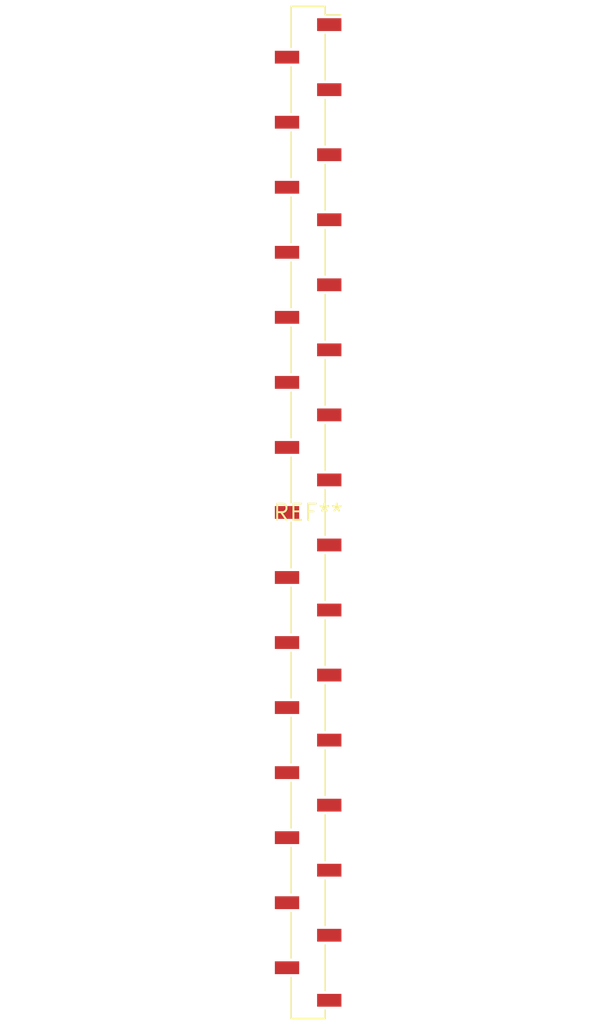
<source format=kicad_pcb>
(kicad_pcb (version 20240108) (generator pcbnew)
  (layers (0 "F.Cu" signal) (31 "B.Cu" signal) (34 "B.Paste" user) (35 "F.Paste" user) (36 "B.SilkS" user "B.Silkscreen") (37 "F.SilkS" user "F.Silkscreen") (38 "B.Mask" user) (39 "F.Mask" user) (44 "Edge.Cuts" user))
  (net 0 "")
  (footprint "PinSocket_1x31_P2.54mm_Vertical_SMD_Pin1Right" (layer "F.Cu") (at 0 0)
    (property "Reference" "REF**")
    (property "Value" "PinSocket_1x31_P2.54mm_Vertical_SMD_Pin1Right")
    (fp_line (start -1.33 -39.53) (end -1.33 -36.32) (layer "F.SilkS") (stroke (width 0.12)))
    (fp_line (start -1.33 -39.53) (end 1.33 -39.53) (layer "F.SilkS") (stroke (width 0.12)))
    (fp_line (start -1.33 -34.8) (end -1.33 -31.24) (layer "F.SilkS") (stroke (width 0.12)))
    (fp_line (start -1.33 -29.72) (end -1.33 -26.16) (layer "F.SilkS") (stroke (width 0.12)))
    (fp_line (start -1.33 -24.64) (end -1.33 -21.08) (layer "F.SilkS") (stroke (width 0.12)))
    (fp_line (start -1.33 -19.56) (end -1.33 -16) (layer "F.SilkS") (stroke (width 0.12)))
    (fp_line (start -1.33 -14.48) (end -1.33 -10.92) (layer "F.SilkS") (stroke (width 0.12)))
    (fp_line (start -1.33 -9.4) (end -1.33 -5.84) (layer "F.SilkS") (stroke (width 0.12)))
    (fp_line (start -1.33 -4.32) (end -1.33 -0.76) (layer "F.SilkS") (stroke (width 0.12)))
    (fp_line (start -1.33 0.76) (end -1.33 4.32) (layer "F.SilkS") (stroke (width 0.12)))
    (fp_line (start -1.33 5.84) (end -1.33 9.4) (layer "F.SilkS") (stroke (width 0.12)))
    (fp_line (start -1.33 10.92) (end -1.33 14.48) (layer "F.SilkS") (stroke (width 0.12)))
    (fp_line (start -1.33 16) (end -1.33 19.56) (layer "F.SilkS") (stroke (width 0.12)))
    (fp_line (start -1.33 21.08) (end -1.33 24.64) (layer "F.SilkS") (stroke (width 0.12)))
    (fp_line (start -1.33 26.16) (end -1.33 29.72) (layer "F.SilkS") (stroke (width 0.12)))
    (fp_line (start -1.33 31.24) (end -1.33 34.8) (layer "F.SilkS") (stroke (width 0.12)))
    (fp_line (start -1.33 36.32) (end -1.33 39.53) (layer "F.SilkS") (stroke (width 0.12)))
    (fp_line (start -1.33 39.53) (end 1.33 39.53) (layer "F.SilkS") (stroke (width 0.12)))
    (fp_line (start 1.33 -39.53) (end 1.33 -38.86) (layer "F.SilkS") (stroke (width 0.12)))
    (fp_line (start 1.33 -38.86) (end 2.54 -38.86) (layer "F.SilkS") (stroke (width 0.12)))
    (fp_line (start 1.33 -37.34) (end 1.33 -33.78) (layer "F.SilkS") (stroke (width 0.12)))
    (fp_line (start 1.33 -32.26) (end 1.33 -28.7) (layer "F.SilkS") (stroke (width 0.12)))
    (fp_line (start 1.33 -27.18) (end 1.33 -23.62) (layer "F.SilkS") (stroke (width 0.12)))
    (fp_line (start 1.33 -22.1) (end 1.33 -18.54) (layer "F.SilkS") (stroke (width 0.12)))
    (fp_line (start 1.33 -17.02) (end 1.33 -13.46) (layer "F.SilkS") (stroke (width 0.12)))
    (fp_line (start 1.33 -11.94) (end 1.33 -8.38) (layer "F.SilkS") (stroke (width 0.12)))
    (fp_line (start 1.33 -6.86) (end 1.33 -3.3) (layer "F.SilkS") (stroke (width 0.12)))
    (fp_line (start 1.33 -1.78) (end 1.33 1.78) (layer "F.SilkS") (stroke (width 0.12)))
    (fp_line (start 1.33 3.3) (end 1.33 6.86) (layer "F.SilkS") (stroke (width 0.12)))
    (fp_line (start 1.33 8.38) (end 1.33 11.94) (layer "F.SilkS") (stroke (width 0.12)))
    (fp_line (start 1.33 13.46) (end 1.33 17.02) (layer "F.SilkS") (stroke (width 0.12)))
    (fp_line (start 1.33 18.54) (end 1.33 22.1) (layer "F.SilkS") (stroke (width 0.12)))
    (fp_line (start 1.33 23.62) (end 1.33 27.18) (layer "F.SilkS") (stroke (width 0.12)))
    (fp_line (start 1.33 28.7) (end 1.33 32.26) (layer "F.SilkS") (stroke (width 0.12)))
    (fp_line (start 1.33 33.78) (end 1.33 37.34) (layer "F.SilkS") (stroke (width 0.12)))
    (fp_line (start 1.33 38.86) (end 1.33 39.53) (layer "F.SilkS") (stroke (width 0.12)))
    (pad "1" smd rect (at 1.65 -38.1) (size 1.9 1) (layers "F.Cu" "F.Paste" "F.Mask"))
    (pad "2" smd rect (at -1.65 -35.56) (size 1.9 1) (layers "F.Cu" "F.Paste" "F.Mask"))
    (pad "3" smd rect (at 1.65 -33.02) (size 1.9 1) (layers "F.Cu" "F.Paste" "F.Mask"))
    (pad "4" smd rect (at -1.65 -30.48) (size 1.9 1) (layers "F.Cu" "F.Paste" "F.Mask"))
    (pad "5" smd rect (at 1.65 -27.94) (size 1.9 1) (layers "F.Cu" "F.Paste" "F.Mask"))
    (pad "6" smd rect (at -1.65 -25.4) (size 1.9 1) (layers "F.Cu" "F.Paste" "F.Mask"))
    (pad "7" smd rect (at 1.65 -22.86) (size 1.9 1) (layers "F.Cu" "F.Paste" "F.Mask"))
    (pad "8" smd rect (at -1.65 -20.32) (size 1.9 1) (layers "F.Cu" "F.Paste" "F.Mask"))
    (pad "9" smd rect (at 1.65 -17.78) (size 1.9 1) (layers "F.Cu" "F.Paste" "F.Mask"))
    (pad "10" smd rect (at -1.65 -15.24) (size 1.9 1) (layers "F.Cu" "F.Paste" "F.Mask"))
    (pad "11" smd rect (at 1.65 -12.7) (size 1.9 1) (layers "F.Cu" "F.Paste" "F.Mask"))
    (pad "12" smd rect (at -1.65 -10.16) (size 1.9 1) (layers "F.Cu" "F.Paste" "F.Mask"))
    (pad "13" smd rect (at 1.65 -7.62) (size 1.9 1) (layers "F.Cu" "F.Paste" "F.Mask"))
    (pad "14" smd rect (at -1.65 -5.08) (size 1.9 1) (layers "F.Cu" "F.Paste" "F.Mask"))
    (pad "15" smd rect (at 1.65 -2.54) (size 1.9 1) (layers "F.Cu" "F.Paste" "F.Mask"))
    (pad "16" smd rect (at -1.65 0) (size 1.9 1) (layers "F.Cu" "F.Paste" "F.Mask"))
    (pad "17" smd rect (at 1.65 2.54) (size 1.9 1) (layers "F.Cu" "F.Paste" "F.Mask"))
    (pad "18" smd rect (at -1.65 5.08) (size 1.9 1) (layers "F.Cu" "F.Paste" "F.Mask"))
    (pad "19" smd rect (at 1.65 7.62) (size 1.9 1) (layers "F.Cu" "F.Paste" "F.Mask"))
    (pad "20" smd rect (at -1.65 10.16) (size 1.9 1) (layers "F.Cu" "F.Paste" "F.Mask"))
    (pad "21" smd rect (at 1.65 12.7) (size 1.9 1) (layers "F.Cu" "F.Paste" "F.Mask"))
    (pad "22" smd rect (at -1.65 15.24) (size 1.9 1) (layers "F.Cu" "F.Paste" "F.Mask"))
    (pad "23" smd rect (at 1.65 17.78) (size 1.9 1) (layers "F.Cu" "F.Paste" "F.Mask"))
    (pad "24" smd rect (at -1.65 20.32) (size 1.9 1) (layers "F.Cu" "F.Paste" "F.Mask"))
    (pad "25" smd rect (at 1.65 22.86) (size 1.9 1) (layers "F.Cu" "F.Paste" "F.Mask"))
    (pad "26" smd rect (at -1.65 25.4) (size 1.9 1) (layers "F.Cu" "F.Paste" "F.Mask"))
    (pad "27" smd rect (at 1.65 27.94) (size 1.9 1) (layers "F.Cu" "F.Paste" "F.Mask"))
    (pad "28" smd rect (at -1.65 30.48) (size 1.9 1) (layers "F.Cu" "F.Paste" "F.Mask"))
    (pad "29" smd rect (at 1.65 33.02) (size 1.9 1) (layers "F.Cu" "F.Paste" "F.Mask"))
    (pad "30" smd rect (at -1.65 35.56) (size 1.9 1) (layers "F.Cu" "F.Paste" "F.Mask"))
    (pad "31" smd rect (at 1.65 38.1) (size 1.9 1) (layers "F.Cu" "F.Paste" "F.Mask"))
  )
)
</source>
